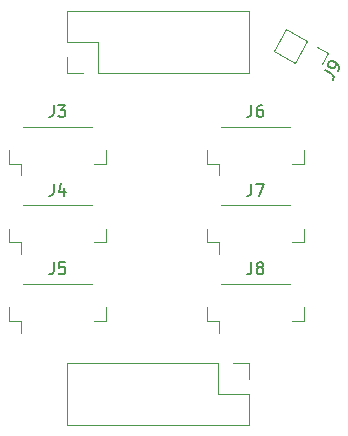
<source format=gbr>
%TF.GenerationSoftware,KiCad,Pcbnew,7.0.5*%
%TF.CreationDate,2024-01-24T02:04:37-05:00*%
%TF.ProjectId,CAMERA_ADAPTER,43414d45-5241-45f4-9144-41505445522e,rev?*%
%TF.SameCoordinates,Original*%
%TF.FileFunction,Legend,Top*%
%TF.FilePolarity,Positive*%
%FSLAX46Y46*%
G04 Gerber Fmt 4.6, Leading zero omitted, Abs format (unit mm)*
G04 Created by KiCad (PCBNEW 7.0.5) date 2024-01-24 02:04:37*
%MOMM*%
%LPD*%
G01*
G04 APERTURE LIST*
%ADD10C,0.150000*%
%ADD11C,0.120000*%
G04 APERTURE END LIST*
D10*
%TO.C,J3*%
X141326666Y-90528440D02*
X141326666Y-91242725D01*
X141326666Y-91242725D02*
X141279047Y-91385582D01*
X141279047Y-91385582D02*
X141183809Y-91480821D01*
X141183809Y-91480821D02*
X141040952Y-91528440D01*
X141040952Y-91528440D02*
X140945714Y-91528440D01*
X141707619Y-90528440D02*
X142326666Y-90528440D01*
X142326666Y-90528440D02*
X141993333Y-90909392D01*
X141993333Y-90909392D02*
X142136190Y-90909392D01*
X142136190Y-90909392D02*
X142231428Y-90957011D01*
X142231428Y-90957011D02*
X142279047Y-91004630D01*
X142279047Y-91004630D02*
X142326666Y-91099868D01*
X142326666Y-91099868D02*
X142326666Y-91337963D01*
X142326666Y-91337963D02*
X142279047Y-91433201D01*
X142279047Y-91433201D02*
X142231428Y-91480821D01*
X142231428Y-91480821D02*
X142136190Y-91528440D01*
X142136190Y-91528440D02*
X141850476Y-91528440D01*
X141850476Y-91528440D02*
X141755238Y-91480821D01*
X141755238Y-91480821D02*
X141707619Y-91433201D01*
%TO.C,J5*%
X141326666Y-103853440D02*
X141326666Y-104567725D01*
X141326666Y-104567725D02*
X141279047Y-104710582D01*
X141279047Y-104710582D02*
X141183809Y-104805821D01*
X141183809Y-104805821D02*
X141040952Y-104853440D01*
X141040952Y-104853440D02*
X140945714Y-104853440D01*
X142279047Y-103853440D02*
X141802857Y-103853440D01*
X141802857Y-103853440D02*
X141755238Y-104329630D01*
X141755238Y-104329630D02*
X141802857Y-104282011D01*
X141802857Y-104282011D02*
X141898095Y-104234392D01*
X141898095Y-104234392D02*
X142136190Y-104234392D01*
X142136190Y-104234392D02*
X142231428Y-104282011D01*
X142231428Y-104282011D02*
X142279047Y-104329630D01*
X142279047Y-104329630D02*
X142326666Y-104424868D01*
X142326666Y-104424868D02*
X142326666Y-104662963D01*
X142326666Y-104662963D02*
X142279047Y-104758201D01*
X142279047Y-104758201D02*
X142231428Y-104805821D01*
X142231428Y-104805821D02*
X142136190Y-104853440D01*
X142136190Y-104853440D02*
X141898095Y-104853440D01*
X141898095Y-104853440D02*
X141802857Y-104805821D01*
X141802857Y-104805821D02*
X141755238Y-104758201D01*
%TO.C,J6*%
X158076666Y-90528440D02*
X158076666Y-91242725D01*
X158076666Y-91242725D02*
X158029047Y-91385582D01*
X158029047Y-91385582D02*
X157933809Y-91480821D01*
X157933809Y-91480821D02*
X157790952Y-91528440D01*
X157790952Y-91528440D02*
X157695714Y-91528440D01*
X158981428Y-90528440D02*
X158790952Y-90528440D01*
X158790952Y-90528440D02*
X158695714Y-90576059D01*
X158695714Y-90576059D02*
X158648095Y-90623678D01*
X158648095Y-90623678D02*
X158552857Y-90766535D01*
X158552857Y-90766535D02*
X158505238Y-90957011D01*
X158505238Y-90957011D02*
X158505238Y-91337963D01*
X158505238Y-91337963D02*
X158552857Y-91433201D01*
X158552857Y-91433201D02*
X158600476Y-91480821D01*
X158600476Y-91480821D02*
X158695714Y-91528440D01*
X158695714Y-91528440D02*
X158886190Y-91528440D01*
X158886190Y-91528440D02*
X158981428Y-91480821D01*
X158981428Y-91480821D02*
X159029047Y-91433201D01*
X159029047Y-91433201D02*
X159076666Y-91337963D01*
X159076666Y-91337963D02*
X159076666Y-91099868D01*
X159076666Y-91099868D02*
X159029047Y-91004630D01*
X159029047Y-91004630D02*
X158981428Y-90957011D01*
X158981428Y-90957011D02*
X158886190Y-90909392D01*
X158886190Y-90909392D02*
X158695714Y-90909392D01*
X158695714Y-90909392D02*
X158600476Y-90957011D01*
X158600476Y-90957011D02*
X158552857Y-91004630D01*
X158552857Y-91004630D02*
X158505238Y-91099868D01*
%TO.C,J4*%
X141326666Y-97190940D02*
X141326666Y-97905225D01*
X141326666Y-97905225D02*
X141279047Y-98048082D01*
X141279047Y-98048082D02*
X141183809Y-98143321D01*
X141183809Y-98143321D02*
X141040952Y-98190940D01*
X141040952Y-98190940D02*
X140945714Y-98190940D01*
X142231428Y-97524273D02*
X142231428Y-98190940D01*
X141993333Y-97143321D02*
X141755238Y-97857606D01*
X141755238Y-97857606D02*
X142374285Y-97857606D01*
%TO.C,J9*%
X164275204Y-87574705D02*
X164893794Y-87931848D01*
X164893794Y-87931848D02*
X164993702Y-88044516D01*
X164993702Y-88044516D02*
X165028562Y-88174614D01*
X165028562Y-88174614D02*
X164998372Y-88322141D01*
X164998372Y-88322141D02*
X164950753Y-88404620D01*
X165403134Y-87621073D02*
X165498373Y-87456116D01*
X165498373Y-87456116D02*
X165504752Y-87349827D01*
X165504752Y-87349827D02*
X165487323Y-87284779D01*
X165487323Y-87284779D02*
X165411224Y-87130871D01*
X165411224Y-87130871D02*
X165270076Y-86994394D01*
X165270076Y-86994394D02*
X164940162Y-86803918D01*
X164940162Y-86803918D02*
X164833873Y-86797538D01*
X164833873Y-86797538D02*
X164768825Y-86814968D01*
X164768825Y-86814968D02*
X164679966Y-86873637D01*
X164679966Y-86873637D02*
X164584728Y-87038594D01*
X164584728Y-87038594D02*
X164578348Y-87144882D01*
X164578348Y-87144882D02*
X164595778Y-87209931D01*
X164595778Y-87209931D02*
X164654447Y-87298789D01*
X164654447Y-87298789D02*
X164860644Y-87417837D01*
X164860644Y-87417837D02*
X164966932Y-87424217D01*
X164966932Y-87424217D02*
X165031981Y-87406787D01*
X165031981Y-87406787D02*
X165120839Y-87348118D01*
X165120839Y-87348118D02*
X165216077Y-87183161D01*
X165216077Y-87183161D02*
X165222457Y-87076873D01*
X165222457Y-87076873D02*
X165205027Y-87011824D01*
X165205027Y-87011824D02*
X165146358Y-86922965D01*
%TO.C,J8*%
X158076666Y-103853440D02*
X158076666Y-104567725D01*
X158076666Y-104567725D02*
X158029047Y-104710582D01*
X158029047Y-104710582D02*
X157933809Y-104805821D01*
X157933809Y-104805821D02*
X157790952Y-104853440D01*
X157790952Y-104853440D02*
X157695714Y-104853440D01*
X158695714Y-104282011D02*
X158600476Y-104234392D01*
X158600476Y-104234392D02*
X158552857Y-104186773D01*
X158552857Y-104186773D02*
X158505238Y-104091535D01*
X158505238Y-104091535D02*
X158505238Y-104043916D01*
X158505238Y-104043916D02*
X158552857Y-103948678D01*
X158552857Y-103948678D02*
X158600476Y-103901059D01*
X158600476Y-103901059D02*
X158695714Y-103853440D01*
X158695714Y-103853440D02*
X158886190Y-103853440D01*
X158886190Y-103853440D02*
X158981428Y-103901059D01*
X158981428Y-103901059D02*
X159029047Y-103948678D01*
X159029047Y-103948678D02*
X159076666Y-104043916D01*
X159076666Y-104043916D02*
X159076666Y-104091535D01*
X159076666Y-104091535D02*
X159029047Y-104186773D01*
X159029047Y-104186773D02*
X158981428Y-104234392D01*
X158981428Y-104234392D02*
X158886190Y-104282011D01*
X158886190Y-104282011D02*
X158695714Y-104282011D01*
X158695714Y-104282011D02*
X158600476Y-104329630D01*
X158600476Y-104329630D02*
X158552857Y-104377249D01*
X158552857Y-104377249D02*
X158505238Y-104472487D01*
X158505238Y-104472487D02*
X158505238Y-104662963D01*
X158505238Y-104662963D02*
X158552857Y-104758201D01*
X158552857Y-104758201D02*
X158600476Y-104805821D01*
X158600476Y-104805821D02*
X158695714Y-104853440D01*
X158695714Y-104853440D02*
X158886190Y-104853440D01*
X158886190Y-104853440D02*
X158981428Y-104805821D01*
X158981428Y-104805821D02*
X159029047Y-104758201D01*
X159029047Y-104758201D02*
X159076666Y-104662963D01*
X159076666Y-104662963D02*
X159076666Y-104472487D01*
X159076666Y-104472487D02*
X159029047Y-104377249D01*
X159029047Y-104377249D02*
X158981428Y-104329630D01*
X158981428Y-104329630D02*
X158886190Y-104282011D01*
%TO.C,J7*%
X158076666Y-97190940D02*
X158076666Y-97905225D01*
X158076666Y-97905225D02*
X158029047Y-98048082D01*
X158029047Y-98048082D02*
X157933809Y-98143321D01*
X157933809Y-98143321D02*
X157790952Y-98190940D01*
X157790952Y-98190940D02*
X157695714Y-98190940D01*
X158457619Y-97190940D02*
X159124285Y-97190940D01*
X159124285Y-97190940D02*
X158695714Y-98190940D01*
D11*
%TO.C,J3*%
X137550000Y-94333621D02*
X137550000Y-95483621D01*
X137550000Y-95483621D02*
X138600000Y-95483621D01*
X138600000Y-95483621D02*
X138600000Y-96473621D01*
X138720000Y-92363621D02*
X144600000Y-92363621D01*
X145770000Y-94333621D02*
X145770000Y-95483621D01*
X145770000Y-95483621D02*
X144720000Y-95483621D01*
%TO.C,J5*%
X137550000Y-107658621D02*
X137550000Y-108808621D01*
X137550000Y-108808621D02*
X138600000Y-108808621D01*
X138600000Y-108808621D02*
X138600000Y-109798621D01*
X138720000Y-105688621D02*
X144600000Y-105688621D01*
X145770000Y-107658621D02*
X145770000Y-108808621D01*
X145770000Y-108808621D02*
X144720000Y-108808621D01*
%TO.C,J6*%
X154300000Y-94333621D02*
X154300000Y-95483621D01*
X154300000Y-95483621D02*
X155350000Y-95483621D01*
X155350000Y-95483621D02*
X155350000Y-96473621D01*
X155470000Y-92363621D02*
X161350000Y-92363621D01*
X162520000Y-94333621D02*
X162520000Y-95483621D01*
X162520000Y-95483621D02*
X161470000Y-95483621D01*
%TO.C,J1*%
X142480000Y-87795599D02*
X142480000Y-86465599D01*
X143810000Y-87795599D02*
X142480000Y-87795599D01*
X145080000Y-87795599D02*
X157840000Y-87795599D01*
X145080000Y-87795599D02*
X145080000Y-85195599D01*
X157840000Y-87795599D02*
X157840000Y-82595599D01*
X142480000Y-85195599D02*
X142480000Y-82595599D01*
X145080000Y-85195599D02*
X142480000Y-85195599D01*
X142480000Y-82595599D02*
X157840000Y-82595599D01*
%TO.C,J4*%
X137550000Y-100996121D02*
X137550000Y-102146121D01*
X137550000Y-102146121D02*
X138600000Y-102146121D01*
X138600000Y-102146121D02*
X138600000Y-103136121D01*
X138720000Y-99026121D02*
X144600000Y-99026121D01*
X145770000Y-100996121D02*
X145770000Y-102146121D01*
X145770000Y-102146121D02*
X144720000Y-102146121D01*
%TO.C,J2*%
X157840000Y-112413621D02*
X157840000Y-113743621D01*
X156510000Y-112413621D02*
X157840000Y-112413621D01*
X155240000Y-112413621D02*
X142480000Y-112413621D01*
X155240000Y-112413621D02*
X155240000Y-115013621D01*
X142480000Y-112413621D02*
X142480000Y-117613621D01*
X157840000Y-115013621D02*
X157840000Y-117613621D01*
X155240000Y-115013621D02*
X157840000Y-115013621D01*
X157840000Y-117613621D02*
X142480000Y-117613621D01*
%TO.C,J9*%
X164577987Y-86140634D02*
X164047987Y-87058621D01*
X163660000Y-85610634D02*
X164577987Y-86140634D01*
X162793975Y-85110634D02*
X161009962Y-84080634D01*
X162793975Y-85110634D02*
X161733975Y-86946608D01*
X161009962Y-84080634D02*
X159949962Y-85916608D01*
X161733975Y-86946608D02*
X159949962Y-85916608D01*
%TO.C,J8*%
X154300000Y-107658621D02*
X154300000Y-108808621D01*
X154300000Y-108808621D02*
X155350000Y-108808621D01*
X155350000Y-108808621D02*
X155350000Y-109798621D01*
X155470000Y-105688621D02*
X161350000Y-105688621D01*
X162520000Y-107658621D02*
X162520000Y-108808621D01*
X162520000Y-108808621D02*
X161470000Y-108808621D01*
%TO.C,J7*%
X154300000Y-100996121D02*
X154300000Y-102146121D01*
X154300000Y-102146121D02*
X155350000Y-102146121D01*
X155350000Y-102146121D02*
X155350000Y-103136121D01*
X155470000Y-99026121D02*
X161350000Y-99026121D01*
X162520000Y-100996121D02*
X162520000Y-102146121D01*
X162520000Y-102146121D02*
X161470000Y-102146121D01*
%TD*%
M02*

</source>
